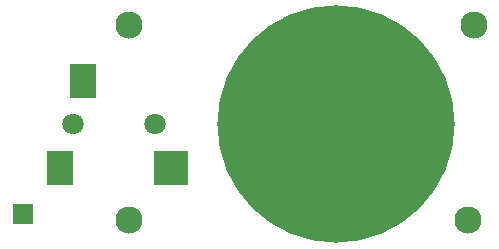
<source format=gbr>
%TF.GenerationSoftware,KiCad,Pcbnew,(5.1.6)-1*%
%TF.CreationDate,2020-10-08T10:16:56-07:00*%
%TF.ProjectId,samplepad,73616d70-6c65-4706-9164-2e6b69636164,rev?*%
%TF.SameCoordinates,Original*%
%TF.FileFunction,Soldermask,Top*%
%TF.FilePolarity,Negative*%
%FSLAX46Y46*%
G04 Gerber Fmt 4.6, Leading zero omitted, Abs format (unit mm)*
G04 Created by KiCad (PCBNEW (5.1.6)-1) date 2020-10-08 10:16:56*
%MOMM*%
%LPD*%
G01*
G04 APERTURE LIST*
%ADD10R,1.800000X1.800000*%
%ADD11C,20.100000*%
%ADD12C,1.800000*%
%ADD13R,2.900000X2.900000*%
%ADD14R,2.300000X2.900000*%
%ADD15C,2.300000*%
G04 APERTURE END LIST*
D10*
%TO.C,J3*%
X86233000Y-125222000D03*
%TD*%
D11*
%TO.C,J2*%
X112776000Y-117602000D03*
%TD*%
D12*
%TO.C,J1*%
X97464000Y-117602000D03*
X90464000Y-117602000D03*
D13*
X98764000Y-121302000D03*
D14*
X89364000Y-121302000D03*
X91364000Y-113902000D03*
%TD*%
D15*
%TO.C,H4*%
X95250000Y-109220000D03*
%TD*%
%TO.C,H3*%
X95250000Y-125730000D03*
%TD*%
%TO.C,H2*%
X123952000Y-125730000D03*
%TD*%
%TO.C,H1*%
X124460000Y-109220000D03*
%TD*%
M02*

</source>
